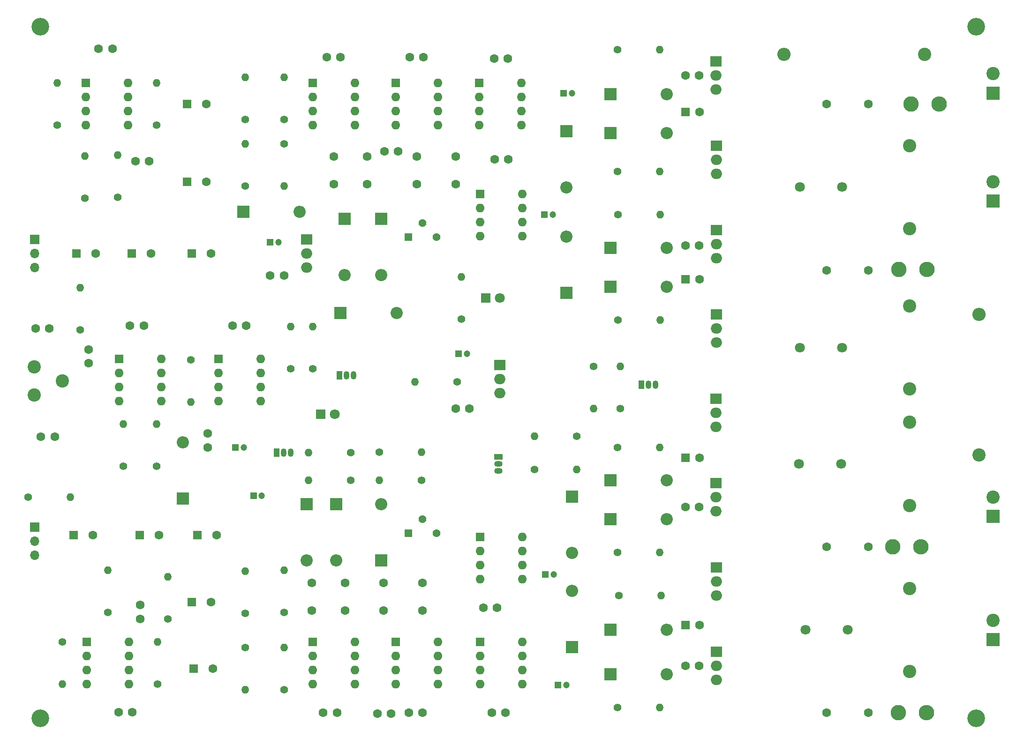
<source format=gbr>
%TF.GenerationSoftware,KiCad,Pcbnew,7.0.8*%
%TF.CreationDate,2024-02-09T15:44:37-05:00*%
%TF.ProjectId,classd-amp,636c6173-7364-42d6-916d-702e6b696361,rev?*%
%TF.SameCoordinates,Original*%
%TF.FileFunction,Soldermask,Bot*%
%TF.FilePolarity,Negative*%
%FSLAX46Y46*%
G04 Gerber Fmt 4.6, Leading zero omitted, Abs format (unit mm)*
G04 Created by KiCad (PCBNEW 7.0.8) date 2024-02-09 15:44:37*
%MOMM*%
%LPD*%
G01*
G04 APERTURE LIST*
G04 Aperture macros list*
%AMRoundRect*
0 Rectangle with rounded corners*
0 $1 Rounding radius*
0 $2 $3 $4 $5 $6 $7 $8 $9 X,Y pos of 4 corners*
0 Add a 4 corners polygon primitive as box body*
4,1,4,$2,$3,$4,$5,$6,$7,$8,$9,$2,$3,0*
0 Add four circle primitives for the rounded corners*
1,1,$1+$1,$2,$3*
1,1,$1+$1,$4,$5*
1,1,$1+$1,$6,$7*
1,1,$1+$1,$8,$9*
0 Add four rect primitives between the rounded corners*
20,1,$1+$1,$2,$3,$4,$5,0*
20,1,$1+$1,$4,$5,$6,$7,0*
20,1,$1+$1,$6,$7,$8,$9,0*
20,1,$1+$1,$8,$9,$2,$3,0*%
G04 Aperture macros list end*
%ADD10R,2.200000X2.200000*%
%ADD11O,2.200000X2.200000*%
%ADD12R,1.050000X1.500000*%
%ADD13O,1.050000X1.500000*%
%ADD14C,1.400000*%
%ADD15O,1.400000X1.400000*%
%ADD16C,1.600000*%
%ADD17R,1.600000X1.600000*%
%ADD18O,1.600000X1.600000*%
%ADD19R,2.000000X1.905000*%
%ADD20O,2.000000X1.905000*%
%ADD21C,2.400000*%
%ADD22O,2.400000X2.400000*%
%ADD23RoundRect,0.102000X-0.611000X-0.611000X0.611000X-0.611000X0.611000X0.611000X-0.611000X0.611000X0*%
%ADD24C,1.426000*%
%ADD25C,3.200000*%
%ADD26R,2.400000X2.400000*%
%ADD27C,1.800000*%
%ADD28C,2.800000*%
%ADD29O,2.800000X2.800000*%
%ADD30R,1.200000X1.200000*%
%ADD31C,1.200000*%
%ADD32R,1.800000X1.800000*%
%ADD33R,1.700000X1.700000*%
%ADD34O,1.700000X1.700000*%
%ADD35R,1.500000X1.050000*%
%ADD36O,1.500000X1.050000*%
G04 APERTURE END LIST*
D10*
%TO.C,D23*%
X107442000Y-128270000D03*
D11*
X107442000Y-138430000D03*
%TD*%
D10*
%TO.C,D20*%
X79756000Y-127254000D03*
D11*
X79756000Y-117094000D03*
%TD*%
D10*
%TO.C,D19*%
X102108000Y-128270000D03*
D11*
X102108000Y-138430000D03*
%TD*%
%TO.C,D24*%
X115570000Y-128270000D03*
D10*
X115570000Y-138430000D03*
%TD*%
%TO.C,D18*%
X115570000Y-76708000D03*
D11*
X115570000Y-86868000D03*
%TD*%
D10*
%TO.C,D17*%
X108966000Y-76708000D03*
D11*
X108966000Y-86868000D03*
%TD*%
D10*
%TO.C,D16*%
X108204000Y-93726000D03*
D11*
X118364000Y-93726000D03*
%TD*%
D10*
%TO.C,D15*%
X90678000Y-75438000D03*
D11*
X100838000Y-75438000D03*
%TD*%
D12*
%TO.C,Q7*%
X108000000Y-105000000D03*
D13*
X109270000Y-105000000D03*
X110540000Y-105000000D03*
%TD*%
D14*
%TO.C,R43*%
X115190000Y-118872000D03*
D15*
X122810000Y-118872000D03*
%TD*%
D16*
%TO.C,C61*%
X116098000Y-64516000D03*
X118598000Y-64516000D03*
%TD*%
D14*
%TO.C,R36*%
X158190000Y-137000000D03*
D15*
X165810000Y-137000000D03*
%TD*%
D14*
%TO.C,R32*%
X98000000Y-147810000D03*
D15*
X98000000Y-140190000D03*
%TD*%
D17*
%TO.C,U1*%
X62200000Y-52200000D03*
D18*
X62200000Y-54740000D03*
X62200000Y-57280000D03*
X62200000Y-59820000D03*
X69820000Y-59820000D03*
X69820000Y-57280000D03*
X69820000Y-54740000D03*
X69820000Y-52200000D03*
%TD*%
D12*
%TO.C,Q12*%
X162560000Y-106680000D03*
D13*
X163830000Y-106680000D03*
X165100000Y-106680000D03*
%TD*%
D19*
%TO.C,Q8*%
X176055000Y-154940000D03*
D20*
X176055000Y-157480000D03*
X176055000Y-160020000D03*
%TD*%
D17*
%TO.C,C2*%
X70500000Y-83000000D03*
D16*
X74000000Y-83000000D03*
%TD*%
D21*
%TO.C,R17*%
X213700000Y-47000000D03*
D22*
X188300000Y-47000000D03*
%TD*%
D23*
%TO.C,RV2*%
X120460000Y-80000000D03*
D24*
X123000000Y-77460000D03*
X125540000Y-80000000D03*
%TD*%
D14*
%TO.C,R21*%
X110010000Y-119000000D03*
D15*
X102390000Y-119000000D03*
%TD*%
D16*
%TO.C,C18*%
X54102000Y-116078000D03*
X56602000Y-116078000D03*
%TD*%
D17*
%TO.C,U5*%
X133200000Y-52200000D03*
D18*
X133200000Y-54740000D03*
X133200000Y-57280000D03*
X133200000Y-59820000D03*
X140820000Y-59820000D03*
X140820000Y-57280000D03*
X140820000Y-54740000D03*
X140820000Y-52200000D03*
%TD*%
D10*
%TO.C,D8*%
X150000000Y-154080000D03*
D11*
X150000000Y-143920000D03*
%TD*%
D14*
%TO.C,R44*%
X153924000Y-103378000D03*
D15*
X153924000Y-110998000D03*
%TD*%
D25*
%TO.C,REF\u002A\u002A*%
X223000000Y-42000000D03*
%TD*%
D14*
%TO.C,R27*%
X77000000Y-149000000D03*
D15*
X77000000Y-141380000D03*
%TD*%
D26*
%TO.C,J3*%
X226060000Y-73500000D03*
D21*
X226060000Y-70000000D03*
%TD*%
D19*
%TO.C,Q10*%
X176000000Y-124460000D03*
D20*
X176000000Y-127000000D03*
X176000000Y-129540000D03*
%TD*%
D19*
%TO.C,U7*%
X136977000Y-103124000D03*
D20*
X136977000Y-105664000D03*
X136977000Y-108204000D03*
%TD*%
D19*
%TO.C,Q2*%
X176055000Y-63500000D03*
D20*
X176055000Y-66040000D03*
X176055000Y-68580000D03*
%TD*%
D17*
%TO.C,C20*%
X82352000Y-133858000D03*
D16*
X85852000Y-133858000D03*
%TD*%
D14*
%TO.C,R1*%
X68000000Y-72810000D03*
D15*
X68000000Y-65190000D03*
%TD*%
D16*
%TO.C,C38*%
X123000000Y-147500000D03*
X123000000Y-142500000D03*
%TD*%
D14*
%TO.C,R18*%
X103200000Y-103810000D03*
D15*
X103200000Y-96190000D03*
%TD*%
D16*
%TO.C,C41*%
X134000000Y-147000000D03*
X136500000Y-147000000D03*
%TD*%
D27*
%TO.C,L3*%
X191000000Y-121000000D03*
X198620000Y-121000000D03*
%TD*%
D16*
%TO.C,C17*%
X88700000Y-96000000D03*
X91200000Y-96000000D03*
%TD*%
D14*
%TO.C,R4*%
X75000000Y-59810000D03*
D15*
X75000000Y-52190000D03*
%TD*%
D17*
%TO.C,C19*%
X71938000Y-133858000D03*
D16*
X75438000Y-133858000D03*
%TD*%
D28*
%TO.C,R39*%
X207920000Y-136000000D03*
D29*
X213000000Y-136000000D03*
%TD*%
D16*
%TO.C,C32*%
X70200000Y-96000000D03*
X72700000Y-96000000D03*
%TD*%
%TO.C,C46*%
X196000000Y-166000000D03*
X203500000Y-166000000D03*
%TD*%
D30*
%TO.C,C31*%
X89200000Y-118000000D03*
D31*
X90700000Y-118000000D03*
%TD*%
D14*
%TO.C,R9*%
X158190000Y-46200000D03*
D15*
X165810000Y-46200000D03*
%TD*%
D14*
%TO.C,R33*%
X98000000Y-161810000D03*
D15*
X98000000Y-154190000D03*
%TD*%
D14*
%TO.C,R30*%
X91000000Y-148000000D03*
D15*
X91000000Y-140380000D03*
%TD*%
D14*
%TO.C,R37*%
X158190000Y-118000000D03*
D15*
X165810000Y-118000000D03*
%TD*%
D10*
%TO.C,D1*%
X149000000Y-60920000D03*
D11*
X149000000Y-71080000D03*
%TD*%
D16*
%TO.C,C23*%
X196000000Y-56000000D03*
X203500000Y-56000000D03*
%TD*%
%TO.C,C36*%
X103000000Y-147500000D03*
X103000000Y-142500000D03*
%TD*%
%TO.C,C25*%
X129000000Y-111000000D03*
X131500000Y-111000000D03*
%TD*%
D17*
%TO.C,C50*%
X170498888Y-57404000D03*
D16*
X172998888Y-57404000D03*
%TD*%
D21*
%TO.C,C44*%
X211000000Y-113500000D03*
X211000000Y-128500000D03*
%TD*%
D16*
%TO.C,C13*%
X135910000Y-47752000D03*
X138410000Y-47752000D03*
%TD*%
D30*
%TO.C,C16*%
X145000000Y-76000000D03*
D31*
X146500000Y-76000000D03*
%TD*%
D16*
%TO.C,C7*%
X105684000Y-47498000D03*
X108184000Y-47498000D03*
%TD*%
D10*
%TO.C,D6*%
X156920000Y-89000000D03*
D11*
X167080000Y-89000000D03*
%TD*%
D23*
%TO.C,RV4*%
X120460000Y-133540000D03*
D24*
X123000000Y-131000000D03*
X125540000Y-133540000D03*
%TD*%
D14*
%TO.C,R11*%
X158270000Y-76000000D03*
D15*
X165890000Y-76000000D03*
%TD*%
D16*
%TO.C,C53*%
X172954000Y-81534000D03*
X170454000Y-81534000D03*
%TD*%
D17*
%TO.C,C6*%
X80500000Y-70000000D03*
D16*
X84000000Y-70000000D03*
%TD*%
D14*
%TO.C,R45*%
X158750000Y-110998000D03*
D15*
X158750000Y-103378000D03*
%TD*%
D10*
%TO.C,D12*%
X156920000Y-131000000D03*
D11*
X167080000Y-131000000D03*
%TD*%
D16*
%TO.C,C58*%
X53126000Y-96520000D03*
X55626000Y-96520000D03*
%TD*%
%TO.C,C51*%
X172954000Y-50800000D03*
X170454000Y-50800000D03*
%TD*%
%TO.C,C62*%
X71140000Y-66294000D03*
X73640000Y-66294000D03*
%TD*%
D19*
%TO.C,Q1*%
X175975000Y-48260000D03*
D20*
X175975000Y-50800000D03*
X175975000Y-53340000D03*
%TD*%
D14*
%TO.C,R20*%
X143190000Y-122000000D03*
D15*
X150810000Y-122000000D03*
%TD*%
D16*
%TO.C,C12*%
X120670000Y-47498000D03*
X123170000Y-47498000D03*
%TD*%
D10*
%TO.C,D5*%
X156920000Y-82000000D03*
D11*
X167080000Y-82000000D03*
%TD*%
D14*
%TO.C,R35*%
X158496000Y-144780000D03*
D15*
X166116000Y-144780000D03*
%TD*%
D27*
%TO.C,L2*%
X191190000Y-71000000D03*
X198810000Y-71000000D03*
%TD*%
D30*
%TO.C,C28*%
X95500000Y-81000000D03*
D31*
X97000000Y-81000000D03*
%TD*%
D14*
%TO.C,R23*%
X122810000Y-124000000D03*
D15*
X115190000Y-124000000D03*
%TD*%
D17*
%TO.C,C5*%
X80500000Y-56000000D03*
D16*
X84000000Y-56000000D03*
%TD*%
D17*
%TO.C,U14*%
X133380000Y-134200000D03*
D18*
X133380000Y-136740000D03*
X133380000Y-139280000D03*
X133380000Y-141820000D03*
X141000000Y-141820000D03*
X141000000Y-139280000D03*
X141000000Y-136740000D03*
X141000000Y-134200000D03*
%TD*%
D16*
%TO.C,C10*%
X122000000Y-70500000D03*
X122000000Y-65500000D03*
%TD*%
D17*
%TO.C,U13*%
X133380000Y-153200000D03*
D18*
X133380000Y-155740000D03*
X133380000Y-158280000D03*
X133380000Y-160820000D03*
X141000000Y-160820000D03*
X141000000Y-158280000D03*
X141000000Y-155740000D03*
X141000000Y-153200000D03*
%TD*%
D16*
%TO.C,C37*%
X116000000Y-147500000D03*
X116000000Y-142500000D03*
%TD*%
%TO.C,C8*%
X113000000Y-70500000D03*
X113000000Y-65500000D03*
%TD*%
D30*
%TO.C,C15*%
X148500000Y-54000000D03*
D31*
X150000000Y-54000000D03*
%TD*%
D25*
%TO.C,REF\u002A\u002A*%
X54000000Y-42000000D03*
%TD*%
D17*
%TO.C,U3*%
X86200000Y-102000000D03*
D18*
X86200000Y-104540000D03*
X86200000Y-107080000D03*
X86200000Y-109620000D03*
X93820000Y-109620000D03*
X93820000Y-107080000D03*
X93820000Y-104540000D03*
X93820000Y-102000000D03*
%TD*%
D19*
%TO.C,Q9*%
X176055000Y-139700000D03*
D20*
X176055000Y-142240000D03*
X176055000Y-144780000D03*
%TD*%
D16*
%TO.C,C39*%
X120500000Y-166000000D03*
X123000000Y-166000000D03*
%TD*%
%TO.C,C60*%
X62738000Y-100330000D03*
X62738000Y-102830000D03*
%TD*%
D14*
%TO.C,R10*%
X158190000Y-68200000D03*
D15*
X165810000Y-68200000D03*
%TD*%
D14*
%TO.C,R15*%
X69000000Y-121420000D03*
D15*
X69000000Y-113800000D03*
%TD*%
D21*
%TO.C,J2*%
X52920000Y-108540000D03*
X52920000Y-103460000D03*
X58000000Y-106000000D03*
%TD*%
D14*
%TO.C,R34*%
X158190000Y-165000000D03*
D15*
X165810000Y-165000000D03*
%TD*%
D30*
%TO.C,C43*%
X145180000Y-141000000D03*
D31*
X146680000Y-141000000D03*
%TD*%
D14*
%TO.C,R25*%
X99200000Y-103810000D03*
D15*
X99200000Y-96190000D03*
%TD*%
D21*
%TO.C,R47*%
X223520000Y-119380000D03*
D22*
X223520000Y-93980000D03*
%TD*%
D14*
%TO.C,R41*%
X61214000Y-96774000D03*
D15*
X61214000Y-89154000D03*
%TD*%
D17*
%TO.C,U12*%
X118200000Y-153200000D03*
D18*
X118200000Y-155740000D03*
X118200000Y-158280000D03*
X118200000Y-160820000D03*
X125820000Y-160820000D03*
X125820000Y-158280000D03*
X125820000Y-155740000D03*
X125820000Y-153200000D03*
%TD*%
D30*
%TO.C,C26*%
X129500000Y-101092000D03*
D31*
X131000000Y-101092000D03*
%TD*%
D17*
%TO.C,U4*%
X118200000Y-52200000D03*
D18*
X118200000Y-54740000D03*
X118200000Y-57280000D03*
X118200000Y-59820000D03*
X125820000Y-59820000D03*
X125820000Y-57280000D03*
X125820000Y-54740000D03*
X125820000Y-52200000D03*
%TD*%
D21*
%TO.C,C21*%
X211000000Y-92500000D03*
X211000000Y-107500000D03*
%TD*%
D16*
%TO.C,C63*%
X68092000Y-165862000D03*
X70592000Y-165862000D03*
%TD*%
%TO.C,C64*%
X114828000Y-166116000D03*
X117328000Y-166116000D03*
%TD*%
D10*
%TO.C,D2*%
X149000000Y-90080000D03*
D11*
X149000000Y-79920000D03*
%TD*%
D27*
%TO.C,L1*%
X191190000Y-100000000D03*
X198810000Y-100000000D03*
%TD*%
D16*
%TO.C,C30*%
X84200000Y-118000000D03*
X84200000Y-115500000D03*
%TD*%
D32*
%TO.C,D14*%
X134460000Y-91000000D03*
D27*
X137000000Y-91000000D03*
%TD*%
D25*
%TO.C,REF\u002A\u002A*%
X223000000Y-167000000D03*
%TD*%
D19*
%TO.C,Q11*%
X176000000Y-109220000D03*
D20*
X176000000Y-111760000D03*
X176000000Y-114300000D03*
%TD*%
D16*
%TO.C,C14*%
X136000000Y-66000000D03*
X138500000Y-66000000D03*
%TD*%
%TO.C,C27*%
X95500000Y-87000000D03*
X98000000Y-87000000D03*
%TD*%
D17*
%TO.C,C33*%
X81347349Y-146000000D03*
D16*
X84847349Y-146000000D03*
%TD*%
%TO.C,C55*%
X172954000Y-157480000D03*
X170454000Y-157480000D03*
%TD*%
D17*
%TO.C,C52*%
X170498888Y-87630000D03*
D16*
X172998888Y-87630000D03*
%TD*%
D14*
%TO.C,R2*%
X62000000Y-73000000D03*
D15*
X62000000Y-65380000D03*
%TD*%
D14*
%TO.C,R5*%
X91000000Y-58810000D03*
D15*
X91000000Y-51190000D03*
%TD*%
D30*
%TO.C,C42*%
X147500000Y-161000000D03*
D31*
X149000000Y-161000000D03*
%TD*%
D17*
%TO.C,C4*%
X81347349Y-83000000D03*
D16*
X84847349Y-83000000D03*
%TD*%
D14*
%TO.C,R46*%
X129286000Y-106172000D03*
D15*
X121666000Y-106172000D03*
%TD*%
D10*
%TO.C,D10*%
X156920000Y-159000000D03*
D11*
X167080000Y-159000000D03*
%TD*%
D16*
%TO.C,C35*%
X109000000Y-147500000D03*
X109000000Y-142500000D03*
%TD*%
D33*
%TO.C,RV3*%
X53000000Y-132475000D03*
D34*
X53000000Y-135015000D03*
X53000000Y-137555000D03*
%TD*%
D26*
%TO.C,J1*%
X226060000Y-54000000D03*
D21*
X226060000Y-50500000D03*
%TD*%
%TO.C,C45*%
X211000000Y-158500000D03*
X211000000Y-143500000D03*
%TD*%
D10*
%TO.C,D11*%
X156920000Y-151000000D03*
D11*
X167080000Y-151000000D03*
%TD*%
D10*
%TO.C,D9*%
X150000000Y-126920000D03*
D11*
X150000000Y-137080000D03*
%TD*%
D14*
%TO.C,R24*%
X81200000Y-102190000D03*
D15*
X81200000Y-109810000D03*
%TD*%
D14*
%TO.C,R3*%
X57000000Y-59810000D03*
D15*
X57000000Y-52190000D03*
%TD*%
D16*
%TO.C,C24*%
X196000000Y-86000000D03*
X203500000Y-86000000D03*
%TD*%
D17*
%TO.C,C1*%
X60500000Y-83000000D03*
D16*
X64000000Y-83000000D03*
%TD*%
D30*
%TO.C,C29*%
X92495401Y-126746000D03*
D31*
X93995401Y-126746000D03*
%TD*%
D19*
%TO.C,Q4*%
X176055000Y-93980000D03*
D20*
X176055000Y-96520000D03*
X176055000Y-99060000D03*
%TD*%
D12*
%TO.C,Q6*%
X96660000Y-119000000D03*
D13*
X97930000Y-119000000D03*
X99200000Y-119000000D03*
%TD*%
D35*
%TO.C,Q5*%
X136730000Y-119730000D03*
D36*
X136730000Y-121000000D03*
X136730000Y-122270000D03*
%TD*%
D17*
%TO.C,U6*%
X133380000Y-72200000D03*
D18*
X133380000Y-74740000D03*
X133380000Y-77280000D03*
X133380000Y-79820000D03*
X141000000Y-79820000D03*
X141000000Y-77280000D03*
X141000000Y-74740000D03*
X141000000Y-72200000D03*
%TD*%
D14*
%TO.C,R16*%
X75000000Y-121420000D03*
D15*
X75000000Y-113800000D03*
%TD*%
D25*
%TO.C,REF\u002A\u002A*%
X54000000Y-167000000D03*
%TD*%
D28*
%TO.C,R14*%
X209000000Y-85852000D03*
D29*
X214080000Y-85852000D03*
%TD*%
D14*
%TO.C,R40*%
X130000000Y-94810000D03*
D15*
X130000000Y-87190000D03*
%TD*%
D33*
%TO.C,RV1*%
X53000000Y-80475000D03*
D34*
X53000000Y-83015000D03*
X53000000Y-85555000D03*
%TD*%
D14*
%TO.C,R31*%
X91000000Y-154190000D03*
D15*
X91000000Y-161810000D03*
%TD*%
D17*
%TO.C,U2*%
X103200000Y-52200000D03*
D18*
X103200000Y-54740000D03*
X103200000Y-57280000D03*
X103200000Y-59820000D03*
X110820000Y-59820000D03*
X110820000Y-57280000D03*
X110820000Y-54740000D03*
X110820000Y-52200000D03*
%TD*%
D10*
%TO.C,D3*%
X156920000Y-54200000D03*
D11*
X167080000Y-54200000D03*
%TD*%
D14*
%TO.C,R22*%
X110010000Y-124000000D03*
D15*
X102390000Y-124000000D03*
%TD*%
D19*
%TO.C,Q3*%
X176055000Y-78740000D03*
D20*
X176055000Y-81280000D03*
X176055000Y-83820000D03*
%TD*%
D32*
%TO.C,D7*%
X104660000Y-112000000D03*
D27*
X107200000Y-112000000D03*
%TD*%
D14*
%TO.C,R19*%
X150810000Y-116000000D03*
D15*
X143190000Y-116000000D03*
%TD*%
D16*
%TO.C,C9*%
X107000000Y-70500000D03*
X107000000Y-65500000D03*
%TD*%
D17*
%TO.C,C54*%
X170498888Y-150114000D03*
D16*
X172998888Y-150114000D03*
%TD*%
%TO.C,C48*%
X72000000Y-149000000D03*
X72000000Y-146500000D03*
%TD*%
%TO.C,C40*%
X135500000Y-166000000D03*
X138000000Y-166000000D03*
%TD*%
%TO.C,C11*%
X129000000Y-70500000D03*
X129000000Y-65500000D03*
%TD*%
%TO.C,C47*%
X196000000Y-136000000D03*
X203500000Y-136000000D03*
%TD*%
%TO.C,C57*%
X172954000Y-128778000D03*
X170454000Y-128778000D03*
%TD*%
D14*
%TO.C,R12*%
X158270000Y-95000000D03*
D15*
X165890000Y-95000000D03*
%TD*%
D17*
%TO.C,C59*%
X60000000Y-133858000D03*
D16*
X63500000Y-133858000D03*
%TD*%
D26*
%TO.C,J5*%
X226060000Y-130528000D03*
D21*
X226060000Y-127028000D03*
%TD*%
D14*
%TO.C,R42*%
X51816000Y-127000000D03*
D15*
X59436000Y-127000000D03*
%TD*%
D14*
%TO.C,R26*%
X66180000Y-147810000D03*
D15*
X66180000Y-140190000D03*
%TD*%
D14*
%TO.C,R28*%
X58000000Y-153190000D03*
D15*
X58000000Y-160810000D03*
%TD*%
D14*
%TO.C,R8*%
X98000000Y-63190000D03*
D15*
X98000000Y-70810000D03*
%TD*%
D26*
%TO.C,J4*%
X226060000Y-152750000D03*
D21*
X226060000Y-149250000D03*
%TD*%
D16*
%TO.C,C3*%
X64500000Y-46000000D03*
X67000000Y-46000000D03*
%TD*%
D28*
%TO.C,R13*%
X211185000Y-56000000D03*
D29*
X216265000Y-56000000D03*
%TD*%
D14*
%TO.C,R29*%
X75180000Y-160810000D03*
D15*
X75180000Y-153190000D03*
%TD*%
D14*
%TO.C,R6*%
X91000000Y-70810000D03*
D15*
X91000000Y-63190000D03*
%TD*%
D21*
%TO.C,C22*%
X211000000Y-78500000D03*
X211000000Y-63500000D03*
%TD*%
D10*
%TO.C,D13*%
X156920000Y-124000000D03*
D11*
X167080000Y-124000000D03*
%TD*%
D17*
%TO.C,U10*%
X62380000Y-153200000D03*
D18*
X62380000Y-155740000D03*
X62380000Y-158280000D03*
X62380000Y-160820000D03*
X70000000Y-160820000D03*
X70000000Y-158280000D03*
X70000000Y-155740000D03*
X70000000Y-153200000D03*
%TD*%
D17*
%TO.C,C34*%
X81652651Y-158000000D03*
D16*
X85152651Y-158000000D03*
%TD*%
D14*
%TO.C,R7*%
X98000000Y-58810000D03*
D15*
X98000000Y-51190000D03*
%TD*%
D16*
%TO.C,C49*%
X105050000Y-166000000D03*
X107550000Y-166000000D03*
%TD*%
D17*
%TO.C,U9*%
X68200000Y-102000000D03*
D18*
X68200000Y-104540000D03*
X68200000Y-107080000D03*
X68200000Y-109620000D03*
X75820000Y-109620000D03*
X75820000Y-107080000D03*
X75820000Y-104540000D03*
X75820000Y-102000000D03*
%TD*%
D19*
%TO.C,U8*%
X102055000Y-80460000D03*
D20*
X102055000Y-83000000D03*
X102055000Y-85540000D03*
%TD*%
D17*
%TO.C,C56*%
X170498888Y-119888000D03*
D16*
X172998888Y-119888000D03*
%TD*%
D17*
%TO.C,U11*%
X103200000Y-153200000D03*
D18*
X103200000Y-155740000D03*
X103200000Y-158280000D03*
X103200000Y-160820000D03*
X110820000Y-160820000D03*
X110820000Y-158280000D03*
X110820000Y-155740000D03*
X110820000Y-153200000D03*
%TD*%
D27*
%TO.C,L4*%
X192190000Y-151000000D03*
X199810000Y-151000000D03*
%TD*%
D10*
%TO.C,D4*%
X156920000Y-61200000D03*
D11*
X167080000Y-61200000D03*
%TD*%
D28*
%TO.C,R38*%
X208920000Y-166000000D03*
D29*
X214000000Y-166000000D03*
%TD*%
M02*

</source>
